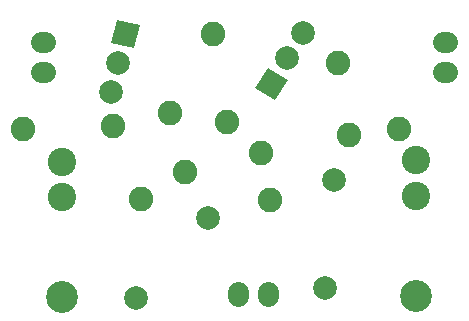
<source format=gts>
G04 Layer: TopSolderMaskLayer*
G04 EasyEDA v6.3.39, 2020-04-28T14:26:17+02:00*
G04 c4984e7e24fd4f91a375e58d1da6a638,5f3c4bb061ab4bd6901f6ca22b42259b,10*
G04 Gerber Generator version 0.2*
G04 Scale: 100 percent, Rotated: No, Reflected: No *
G04 Dimensions in inches *
G04 leading zeros omitted , absolute positions ,2 integer and 4 decimal *
%FSLAX24Y24*%
%MOIN*%
G90*
G70D02*

%ADD21C,0.070992*%
%ADD22C,0.082000*%
%ADD23C,0.078866*%
%ADD25C,0.106425*%
%ADD26C,0.094614*%

%LPD*%
G54D21*
G01X1421Y8507D02*
G01X1578Y8507D01*
G01X1421Y9492D02*
G01X1578Y9492D01*
G01X14821Y8507D02*
G01X14978Y8507D01*
G01X14821Y9492D02*
G01X14978Y9492D01*
G01X8007Y1178D02*
G01X8007Y1021D01*
G01X8992Y1178D02*
G01X8992Y1021D01*
G54D22*
G01X13372Y6602D03*
G01X11327Y8796D03*
G01X7634Y6818D03*
G01X7165Y9781D03*
G01X11717Y6411D03*
G01X8782Y5788D03*
G54D23*
G01X11207Y4904D03*
G01X10892Y1295D03*
G36*
G01X9246Y7559D02*
G01X8577Y7976D01*
G01X8994Y8644D01*
G01X9663Y8226D01*
G01X9246Y7559D01*
G37*
G01X9650Y8950D03*
G01X10179Y9798D03*
G54D25*
G01X13950Y1036D03*
G54D26*
G01X13950Y4382D03*
G01X13950Y5563D03*
G54D22*
G01X3849Y6702D03*
G01X850Y6597D03*
G01X6223Y5163D03*
G01X9076Y4236D03*
G01X4761Y4281D03*
G01X5738Y7118D03*
G54D23*
G01X7011Y3645D03*
G01X4588Y954D03*
G36*
G01X4528Y9292D02*
G01X3763Y9482D01*
G01X3955Y10248D01*
G01X4719Y10057D01*
G01X4528Y9292D01*
G37*
G01X4000Y8800D03*
G01X3758Y7829D03*
G54D25*
G01X2150Y986D03*
G54D26*
G01X2150Y4332D03*
G01X2150Y5513D03*
M00*
M02*

</source>
